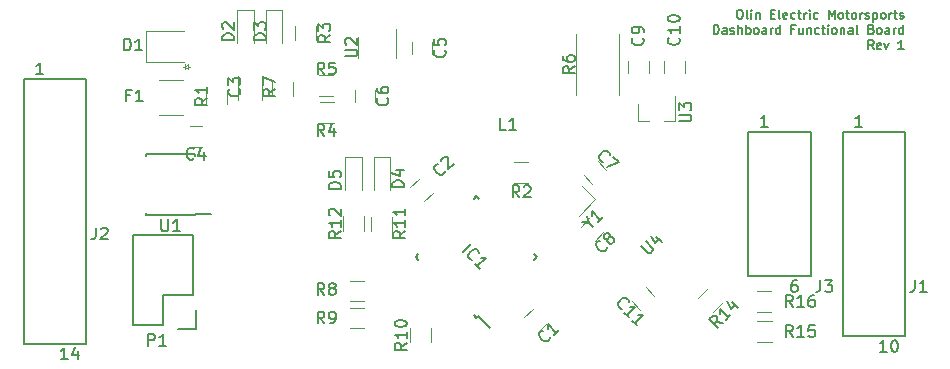
<source format=gbr>
G04 #@! TF.FileFunction,Legend,Top*
%FSLAX46Y46*%
G04 Gerber Fmt 4.6, Leading zero omitted, Abs format (unit mm)*
G04 Created by KiCad (PCBNEW 4.0.7-e2-6376~58~ubuntu16.04.1) date Fri Jan 19 22:13:33 2018*
%MOMM*%
%LPD*%
G01*
G04 APERTURE LIST*
%ADD10C,0.100000*%
%ADD11C,0.152400*%
%ADD12C,0.120000*%
%ADD13C,0.150000*%
G04 APERTURE END LIST*
D10*
D11*
X181247140Y-40959314D02*
X181392283Y-40959314D01*
X181464855Y-40995600D01*
X181537426Y-41068171D01*
X181573712Y-41213314D01*
X181573712Y-41467314D01*
X181537426Y-41612457D01*
X181464855Y-41685029D01*
X181392283Y-41721314D01*
X181247140Y-41721314D01*
X181174569Y-41685029D01*
X181101998Y-41612457D01*
X181065712Y-41467314D01*
X181065712Y-41213314D01*
X181101998Y-41068171D01*
X181174569Y-40995600D01*
X181247140Y-40959314D01*
X182009141Y-41721314D02*
X181936569Y-41685029D01*
X181900284Y-41612457D01*
X181900284Y-40959314D01*
X182299427Y-41721314D02*
X182299427Y-41213314D01*
X182299427Y-40959314D02*
X182263141Y-40995600D01*
X182299427Y-41031886D01*
X182335712Y-40995600D01*
X182299427Y-40959314D01*
X182299427Y-41031886D01*
X182662284Y-41213314D02*
X182662284Y-41721314D01*
X182662284Y-41285886D02*
X182698569Y-41249600D01*
X182771141Y-41213314D01*
X182879998Y-41213314D01*
X182952569Y-41249600D01*
X182988855Y-41322171D01*
X182988855Y-41721314D01*
X183932284Y-41322171D02*
X184186284Y-41322171D01*
X184295141Y-41721314D02*
X183932284Y-41721314D01*
X183932284Y-40959314D01*
X184295141Y-40959314D01*
X184730570Y-41721314D02*
X184657998Y-41685029D01*
X184621713Y-41612457D01*
X184621713Y-40959314D01*
X185311141Y-41685029D02*
X185238570Y-41721314D01*
X185093427Y-41721314D01*
X185020856Y-41685029D01*
X184984570Y-41612457D01*
X184984570Y-41322171D01*
X185020856Y-41249600D01*
X185093427Y-41213314D01*
X185238570Y-41213314D01*
X185311141Y-41249600D01*
X185347427Y-41322171D01*
X185347427Y-41394743D01*
X184984570Y-41467314D01*
X186000570Y-41685029D02*
X185927999Y-41721314D01*
X185782856Y-41721314D01*
X185710284Y-41685029D01*
X185673999Y-41648743D01*
X185637713Y-41576171D01*
X185637713Y-41358457D01*
X185673999Y-41285886D01*
X185710284Y-41249600D01*
X185782856Y-41213314D01*
X185927999Y-41213314D01*
X186000570Y-41249600D01*
X186218284Y-41213314D02*
X186508570Y-41213314D01*
X186327142Y-40959314D02*
X186327142Y-41612457D01*
X186363427Y-41685029D01*
X186435999Y-41721314D01*
X186508570Y-41721314D01*
X186762571Y-41721314D02*
X186762571Y-41213314D01*
X186762571Y-41358457D02*
X186798856Y-41285886D01*
X186835142Y-41249600D01*
X186907713Y-41213314D01*
X186980285Y-41213314D01*
X187234285Y-41721314D02*
X187234285Y-41213314D01*
X187234285Y-40959314D02*
X187197999Y-40995600D01*
X187234285Y-41031886D01*
X187270570Y-40995600D01*
X187234285Y-40959314D01*
X187234285Y-41031886D01*
X187923713Y-41685029D02*
X187851142Y-41721314D01*
X187705999Y-41721314D01*
X187633427Y-41685029D01*
X187597142Y-41648743D01*
X187560856Y-41576171D01*
X187560856Y-41358457D01*
X187597142Y-41285886D01*
X187633427Y-41249600D01*
X187705999Y-41213314D01*
X187851142Y-41213314D01*
X187923713Y-41249600D01*
X188830856Y-41721314D02*
X188830856Y-40959314D01*
X189084856Y-41503600D01*
X189338856Y-40959314D01*
X189338856Y-41721314D01*
X189810570Y-41721314D02*
X189737998Y-41685029D01*
X189701713Y-41648743D01*
X189665427Y-41576171D01*
X189665427Y-41358457D01*
X189701713Y-41285886D01*
X189737998Y-41249600D01*
X189810570Y-41213314D01*
X189919427Y-41213314D01*
X189991998Y-41249600D01*
X190028284Y-41285886D01*
X190064570Y-41358457D01*
X190064570Y-41576171D01*
X190028284Y-41648743D01*
X189991998Y-41685029D01*
X189919427Y-41721314D01*
X189810570Y-41721314D01*
X190282284Y-41213314D02*
X190572570Y-41213314D01*
X190391142Y-40959314D02*
X190391142Y-41612457D01*
X190427427Y-41685029D01*
X190499999Y-41721314D01*
X190572570Y-41721314D01*
X190935428Y-41721314D02*
X190862856Y-41685029D01*
X190826571Y-41648743D01*
X190790285Y-41576171D01*
X190790285Y-41358457D01*
X190826571Y-41285886D01*
X190862856Y-41249600D01*
X190935428Y-41213314D01*
X191044285Y-41213314D01*
X191116856Y-41249600D01*
X191153142Y-41285886D01*
X191189428Y-41358457D01*
X191189428Y-41576171D01*
X191153142Y-41648743D01*
X191116856Y-41685029D01*
X191044285Y-41721314D01*
X190935428Y-41721314D01*
X191516000Y-41721314D02*
X191516000Y-41213314D01*
X191516000Y-41358457D02*
X191552285Y-41285886D01*
X191588571Y-41249600D01*
X191661142Y-41213314D01*
X191733714Y-41213314D01*
X191951428Y-41685029D02*
X192023999Y-41721314D01*
X192169142Y-41721314D01*
X192241714Y-41685029D01*
X192277999Y-41612457D01*
X192277999Y-41576171D01*
X192241714Y-41503600D01*
X192169142Y-41467314D01*
X192060285Y-41467314D01*
X191987714Y-41431029D01*
X191951428Y-41358457D01*
X191951428Y-41322171D01*
X191987714Y-41249600D01*
X192060285Y-41213314D01*
X192169142Y-41213314D01*
X192241714Y-41249600D01*
X192604571Y-41213314D02*
X192604571Y-41975314D01*
X192604571Y-41249600D02*
X192677142Y-41213314D01*
X192822285Y-41213314D01*
X192894856Y-41249600D01*
X192931142Y-41285886D01*
X192967428Y-41358457D01*
X192967428Y-41576171D01*
X192931142Y-41648743D01*
X192894856Y-41685029D01*
X192822285Y-41721314D01*
X192677142Y-41721314D01*
X192604571Y-41685029D01*
X193402857Y-41721314D02*
X193330285Y-41685029D01*
X193294000Y-41648743D01*
X193257714Y-41576171D01*
X193257714Y-41358457D01*
X193294000Y-41285886D01*
X193330285Y-41249600D01*
X193402857Y-41213314D01*
X193511714Y-41213314D01*
X193584285Y-41249600D01*
X193620571Y-41285886D01*
X193656857Y-41358457D01*
X193656857Y-41576171D01*
X193620571Y-41648743D01*
X193584285Y-41685029D01*
X193511714Y-41721314D01*
X193402857Y-41721314D01*
X193983429Y-41721314D02*
X193983429Y-41213314D01*
X193983429Y-41358457D02*
X194019714Y-41285886D01*
X194056000Y-41249600D01*
X194128571Y-41213314D01*
X194201143Y-41213314D01*
X194346285Y-41213314D02*
X194636571Y-41213314D01*
X194455143Y-40959314D02*
X194455143Y-41612457D01*
X194491428Y-41685029D01*
X194564000Y-41721314D01*
X194636571Y-41721314D01*
X194854286Y-41685029D02*
X194926857Y-41721314D01*
X195072000Y-41721314D01*
X195144572Y-41685029D01*
X195180857Y-41612457D01*
X195180857Y-41576171D01*
X195144572Y-41503600D01*
X195072000Y-41467314D01*
X194963143Y-41467314D01*
X194890572Y-41431029D01*
X194854286Y-41358457D01*
X194854286Y-41322171D01*
X194890572Y-41249600D01*
X194963143Y-41213314D01*
X195072000Y-41213314D01*
X195144572Y-41249600D01*
X179106281Y-43016714D02*
X179106281Y-42254714D01*
X179287709Y-42254714D01*
X179396566Y-42291000D01*
X179469138Y-42363571D01*
X179505423Y-42436143D01*
X179541709Y-42581286D01*
X179541709Y-42690143D01*
X179505423Y-42835286D01*
X179469138Y-42907857D01*
X179396566Y-42980429D01*
X179287709Y-43016714D01*
X179106281Y-43016714D01*
X180194852Y-43016714D02*
X180194852Y-42617571D01*
X180158566Y-42545000D01*
X180085995Y-42508714D01*
X179940852Y-42508714D01*
X179868281Y-42545000D01*
X180194852Y-42980429D02*
X180122281Y-43016714D01*
X179940852Y-43016714D01*
X179868281Y-42980429D01*
X179831995Y-42907857D01*
X179831995Y-42835286D01*
X179868281Y-42762714D01*
X179940852Y-42726429D01*
X180122281Y-42726429D01*
X180194852Y-42690143D01*
X180521424Y-42980429D02*
X180593995Y-43016714D01*
X180739138Y-43016714D01*
X180811710Y-42980429D01*
X180847995Y-42907857D01*
X180847995Y-42871571D01*
X180811710Y-42799000D01*
X180739138Y-42762714D01*
X180630281Y-42762714D01*
X180557710Y-42726429D01*
X180521424Y-42653857D01*
X180521424Y-42617571D01*
X180557710Y-42545000D01*
X180630281Y-42508714D01*
X180739138Y-42508714D01*
X180811710Y-42545000D01*
X181174567Y-43016714D02*
X181174567Y-42254714D01*
X181501138Y-43016714D02*
X181501138Y-42617571D01*
X181464852Y-42545000D01*
X181392281Y-42508714D01*
X181283424Y-42508714D01*
X181210852Y-42545000D01*
X181174567Y-42581286D01*
X181863996Y-43016714D02*
X181863996Y-42254714D01*
X181863996Y-42545000D02*
X181936567Y-42508714D01*
X182081710Y-42508714D01*
X182154281Y-42545000D01*
X182190567Y-42581286D01*
X182226853Y-42653857D01*
X182226853Y-42871571D01*
X182190567Y-42944143D01*
X182154281Y-42980429D01*
X182081710Y-43016714D01*
X181936567Y-43016714D01*
X181863996Y-42980429D01*
X182662282Y-43016714D02*
X182589710Y-42980429D01*
X182553425Y-42944143D01*
X182517139Y-42871571D01*
X182517139Y-42653857D01*
X182553425Y-42581286D01*
X182589710Y-42545000D01*
X182662282Y-42508714D01*
X182771139Y-42508714D01*
X182843710Y-42545000D01*
X182879996Y-42581286D01*
X182916282Y-42653857D01*
X182916282Y-42871571D01*
X182879996Y-42944143D01*
X182843710Y-42980429D01*
X182771139Y-43016714D01*
X182662282Y-43016714D01*
X183569425Y-43016714D02*
X183569425Y-42617571D01*
X183533139Y-42545000D01*
X183460568Y-42508714D01*
X183315425Y-42508714D01*
X183242854Y-42545000D01*
X183569425Y-42980429D02*
X183496854Y-43016714D01*
X183315425Y-43016714D01*
X183242854Y-42980429D01*
X183206568Y-42907857D01*
X183206568Y-42835286D01*
X183242854Y-42762714D01*
X183315425Y-42726429D01*
X183496854Y-42726429D01*
X183569425Y-42690143D01*
X183932283Y-43016714D02*
X183932283Y-42508714D01*
X183932283Y-42653857D02*
X183968568Y-42581286D01*
X184004854Y-42545000D01*
X184077425Y-42508714D01*
X184149997Y-42508714D01*
X184730568Y-43016714D02*
X184730568Y-42254714D01*
X184730568Y-42980429D02*
X184657997Y-43016714D01*
X184512854Y-43016714D01*
X184440282Y-42980429D01*
X184403997Y-42944143D01*
X184367711Y-42871571D01*
X184367711Y-42653857D01*
X184403997Y-42581286D01*
X184440282Y-42545000D01*
X184512854Y-42508714D01*
X184657997Y-42508714D01*
X184730568Y-42545000D01*
X185927997Y-42617571D02*
X185673997Y-42617571D01*
X185673997Y-43016714D02*
X185673997Y-42254714D01*
X186036854Y-42254714D01*
X186653711Y-42508714D02*
X186653711Y-43016714D01*
X186327140Y-42508714D02*
X186327140Y-42907857D01*
X186363425Y-42980429D01*
X186435997Y-43016714D01*
X186544854Y-43016714D01*
X186617425Y-42980429D01*
X186653711Y-42944143D01*
X187016569Y-42508714D02*
X187016569Y-43016714D01*
X187016569Y-42581286D02*
X187052854Y-42545000D01*
X187125426Y-42508714D01*
X187234283Y-42508714D01*
X187306854Y-42545000D01*
X187343140Y-42617571D01*
X187343140Y-43016714D01*
X188032569Y-42980429D02*
X187959998Y-43016714D01*
X187814855Y-43016714D01*
X187742283Y-42980429D01*
X187705998Y-42944143D01*
X187669712Y-42871571D01*
X187669712Y-42653857D01*
X187705998Y-42581286D01*
X187742283Y-42545000D01*
X187814855Y-42508714D01*
X187959998Y-42508714D01*
X188032569Y-42545000D01*
X188250283Y-42508714D02*
X188540569Y-42508714D01*
X188359141Y-42254714D02*
X188359141Y-42907857D01*
X188395426Y-42980429D01*
X188467998Y-43016714D01*
X188540569Y-43016714D01*
X188794570Y-43016714D02*
X188794570Y-42508714D01*
X188794570Y-42254714D02*
X188758284Y-42291000D01*
X188794570Y-42327286D01*
X188830855Y-42291000D01*
X188794570Y-42254714D01*
X188794570Y-42327286D01*
X189266284Y-43016714D02*
X189193712Y-42980429D01*
X189157427Y-42944143D01*
X189121141Y-42871571D01*
X189121141Y-42653857D01*
X189157427Y-42581286D01*
X189193712Y-42545000D01*
X189266284Y-42508714D01*
X189375141Y-42508714D01*
X189447712Y-42545000D01*
X189483998Y-42581286D01*
X189520284Y-42653857D01*
X189520284Y-42871571D01*
X189483998Y-42944143D01*
X189447712Y-42980429D01*
X189375141Y-43016714D01*
X189266284Y-43016714D01*
X189846856Y-42508714D02*
X189846856Y-43016714D01*
X189846856Y-42581286D02*
X189883141Y-42545000D01*
X189955713Y-42508714D01*
X190064570Y-42508714D01*
X190137141Y-42545000D01*
X190173427Y-42617571D01*
X190173427Y-43016714D01*
X190862856Y-43016714D02*
X190862856Y-42617571D01*
X190826570Y-42545000D01*
X190753999Y-42508714D01*
X190608856Y-42508714D01*
X190536285Y-42545000D01*
X190862856Y-42980429D02*
X190790285Y-43016714D01*
X190608856Y-43016714D01*
X190536285Y-42980429D01*
X190499999Y-42907857D01*
X190499999Y-42835286D01*
X190536285Y-42762714D01*
X190608856Y-42726429D01*
X190790285Y-42726429D01*
X190862856Y-42690143D01*
X191334571Y-43016714D02*
X191261999Y-42980429D01*
X191225714Y-42907857D01*
X191225714Y-42254714D01*
X192459428Y-42617571D02*
X192568285Y-42653857D01*
X192604570Y-42690143D01*
X192640856Y-42762714D01*
X192640856Y-42871571D01*
X192604570Y-42944143D01*
X192568285Y-42980429D01*
X192495713Y-43016714D01*
X192205428Y-43016714D01*
X192205428Y-42254714D01*
X192459428Y-42254714D01*
X192531999Y-42291000D01*
X192568285Y-42327286D01*
X192604570Y-42399857D01*
X192604570Y-42472429D01*
X192568285Y-42545000D01*
X192531999Y-42581286D01*
X192459428Y-42617571D01*
X192205428Y-42617571D01*
X193076285Y-43016714D02*
X193003713Y-42980429D01*
X192967428Y-42944143D01*
X192931142Y-42871571D01*
X192931142Y-42653857D01*
X192967428Y-42581286D01*
X193003713Y-42545000D01*
X193076285Y-42508714D01*
X193185142Y-42508714D01*
X193257713Y-42545000D01*
X193293999Y-42581286D01*
X193330285Y-42653857D01*
X193330285Y-42871571D01*
X193293999Y-42944143D01*
X193257713Y-42980429D01*
X193185142Y-43016714D01*
X193076285Y-43016714D01*
X193983428Y-43016714D02*
X193983428Y-42617571D01*
X193947142Y-42545000D01*
X193874571Y-42508714D01*
X193729428Y-42508714D01*
X193656857Y-42545000D01*
X193983428Y-42980429D02*
X193910857Y-43016714D01*
X193729428Y-43016714D01*
X193656857Y-42980429D01*
X193620571Y-42907857D01*
X193620571Y-42835286D01*
X193656857Y-42762714D01*
X193729428Y-42726429D01*
X193910857Y-42726429D01*
X193983428Y-42690143D01*
X194346286Y-43016714D02*
X194346286Y-42508714D01*
X194346286Y-42653857D02*
X194382571Y-42581286D01*
X194418857Y-42545000D01*
X194491428Y-42508714D01*
X194564000Y-42508714D01*
X195144571Y-43016714D02*
X195144571Y-42254714D01*
X195144571Y-42980429D02*
X195072000Y-43016714D01*
X194926857Y-43016714D01*
X194854285Y-42980429D01*
X194818000Y-42944143D01*
X194781714Y-42871571D01*
X194781714Y-42653857D01*
X194818000Y-42581286D01*
X194854285Y-42545000D01*
X194926857Y-42508714D01*
X195072000Y-42508714D01*
X195144571Y-42545000D01*
X192640858Y-44312114D02*
X192386858Y-43949257D01*
X192205430Y-44312114D02*
X192205430Y-43550114D01*
X192495715Y-43550114D01*
X192568287Y-43586400D01*
X192604572Y-43622686D01*
X192640858Y-43695257D01*
X192640858Y-43804114D01*
X192604572Y-43876686D01*
X192568287Y-43912971D01*
X192495715Y-43949257D01*
X192205430Y-43949257D01*
X193257715Y-44275829D02*
X193185144Y-44312114D01*
X193040001Y-44312114D01*
X192967430Y-44275829D01*
X192931144Y-44203257D01*
X192931144Y-43912971D01*
X192967430Y-43840400D01*
X193040001Y-43804114D01*
X193185144Y-43804114D01*
X193257715Y-43840400D01*
X193294001Y-43912971D01*
X193294001Y-43985543D01*
X192931144Y-44058114D01*
X193548001Y-43804114D02*
X193729430Y-44312114D01*
X193910858Y-43804114D01*
X195180857Y-44312114D02*
X194745429Y-44312114D01*
X194963143Y-44312114D02*
X194963143Y-43550114D01*
X194890572Y-43658971D01*
X194818000Y-43731543D01*
X194745429Y-43767829D01*
D12*
X172146406Y-65652487D02*
X172853513Y-66359594D01*
X174055594Y-65157513D02*
X173348487Y-64450406D01*
D13*
X120667000Y-69234000D02*
X125967000Y-69234000D01*
X120667000Y-46844000D02*
X125967000Y-46844000D01*
X120667000Y-69234000D02*
X120667000Y-46844000D01*
X125967000Y-69234000D02*
X125967000Y-46844000D01*
X190009000Y-68599000D02*
X195309000Y-68599000D01*
X190009000Y-51289000D02*
X195309000Y-51289000D01*
X190009000Y-68599000D02*
X190009000Y-51289000D01*
X195309000Y-68599000D02*
X195309000Y-51289000D01*
X135001000Y-65151000D02*
X135001000Y-60071000D01*
X135281000Y-67971000D02*
X133731000Y-67971000D01*
X132461000Y-67691000D02*
X132461000Y-65151000D01*
X132461000Y-65151000D02*
X135001000Y-65151000D01*
X135001000Y-60071000D02*
X129921000Y-60071000D01*
X129921000Y-60071000D02*
X129921000Y-65151000D01*
X135281000Y-67971000D02*
X135281000Y-66421000D01*
X129921000Y-67691000D02*
X132461000Y-67691000D01*
X129921000Y-65151000D02*
X129921000Y-67691000D01*
D12*
X163764406Y-66300513D02*
X163057299Y-67007620D01*
X164259380Y-68209701D02*
X164966487Y-67502594D01*
X154607380Y-57160701D02*
X155314487Y-56453594D01*
X154112406Y-55251513D02*
X153405299Y-55958620D01*
X138807000Y-46601000D02*
X138807000Y-48601000D01*
X140847000Y-48601000D02*
X140847000Y-46601000D01*
X134755000Y-52539000D02*
X135755000Y-52539000D01*
X135755000Y-50839000D02*
X134755000Y-50839000D01*
X153582000Y-43680000D02*
X153582000Y-44680000D01*
X155282000Y-44680000D02*
X155282000Y-43680000D01*
X150456000Y-48760000D02*
X150456000Y-47760000D01*
X148756000Y-47760000D02*
X148756000Y-48760000D01*
X169991594Y-54489513D02*
X169284487Y-53782406D01*
X168082406Y-54984487D02*
X168789513Y-55691594D01*
X168535513Y-58608406D02*
X167828406Y-59315513D01*
X169030487Y-60517594D02*
X169737594Y-59810487D01*
X171888166Y-45316238D02*
X171888166Y-46316238D01*
X173588166Y-46316238D02*
X173588166Y-45316238D01*
X174936166Y-45316238D02*
X174936166Y-46316238D01*
X176636166Y-46316238D02*
X176636166Y-45316238D01*
X131064000Y-42735500D02*
X131064000Y-45402500D01*
D10*
X134623000Y-45765000D02*
X134773000Y-45765000D01*
X134623000Y-45565000D02*
X134323000Y-45765000D01*
X134623000Y-45965000D02*
X134623000Y-45565000D01*
X134323000Y-45765000D02*
X134623000Y-45965000D01*
X134323000Y-45765000D02*
X134173000Y-45765000D01*
X134323000Y-45965000D02*
X134323000Y-45565000D01*
D12*
X131064000Y-45402500D02*
X134239000Y-45402500D01*
X131064000Y-42735500D02*
X134239000Y-42735500D01*
X140146000Y-40999000D02*
X138746000Y-40999000D01*
X138746000Y-40999000D02*
X138746000Y-43799000D01*
X140146000Y-40999000D02*
X140146000Y-43799000D01*
X142559000Y-40999000D02*
X141159000Y-40999000D01*
X141159000Y-40999000D02*
X141159000Y-43799000D01*
X142559000Y-40999000D02*
X142559000Y-43799000D01*
X151703000Y-53445000D02*
X150303000Y-53445000D01*
X150303000Y-53445000D02*
X150303000Y-56245000D01*
X151703000Y-53445000D02*
X151703000Y-56245000D01*
X149290000Y-53445000D02*
X147890000Y-53445000D01*
X147890000Y-53445000D02*
X147890000Y-56245000D01*
X149290000Y-53445000D02*
X149290000Y-56245000D01*
X134149000Y-49867000D02*
X132149000Y-49867000D01*
X132149000Y-46907000D02*
X134149000Y-46907000D01*
D13*
X159001676Y-67019256D02*
X159160775Y-66860157D01*
X153875152Y-61892732D02*
X154104962Y-61662922D01*
X159001676Y-56766208D02*
X158771866Y-56996018D01*
X164128200Y-61892732D02*
X163898390Y-62122542D01*
X159001676Y-67019256D02*
X158771866Y-66789446D01*
X164128200Y-61892732D02*
X163898390Y-61662922D01*
X159001676Y-56766208D02*
X159231486Y-56996018D01*
X153875152Y-61892732D02*
X154104962Y-62122542D01*
X159160775Y-66860157D02*
X160168402Y-67867784D01*
D12*
X162214000Y-53857000D02*
X163414000Y-53857000D01*
X163414000Y-55617000D02*
X162214000Y-55617000D01*
X143646000Y-43526000D02*
X143646000Y-42326000D01*
X145406000Y-42326000D02*
X145406000Y-43526000D01*
X146965000Y-50537000D02*
X145765000Y-50537000D01*
X145765000Y-48777000D02*
X146965000Y-48777000D01*
X146904000Y-48251000D02*
X145704000Y-48251000D01*
X145704000Y-46491000D02*
X146904000Y-46491000D01*
X171111000Y-42993000D02*
X171111000Y-48193000D01*
X167471000Y-48193000D02*
X167471000Y-42993000D01*
X143501000Y-47086000D02*
X143501000Y-48286000D01*
X141741000Y-48286000D02*
X141741000Y-47086000D01*
X149510000Y-65650000D02*
X148310000Y-65650000D01*
X148310000Y-63890000D02*
X149510000Y-63890000D01*
X149510000Y-67936000D02*
X148310000Y-67936000D01*
X148310000Y-66176000D02*
X149510000Y-66176000D01*
X155185000Y-67914000D02*
X155185000Y-69114000D01*
X153425000Y-69114000D02*
X153425000Y-67914000D01*
X150123000Y-59721000D02*
X150123000Y-58521000D01*
X151883000Y-58521000D02*
X151883000Y-59721000D01*
X147710000Y-59655000D02*
X147710000Y-58455000D01*
X149470000Y-58455000D02*
X149470000Y-59655000D01*
X177769482Y-65334010D02*
X178618010Y-64485482D01*
X179862518Y-65729990D02*
X179013990Y-66578518D01*
X183996962Y-69079000D02*
X182796962Y-69079000D01*
X182796962Y-67319000D02*
X183996962Y-67319000D01*
X183988000Y-66539000D02*
X182788000Y-66539000D01*
X182788000Y-64779000D02*
X183988000Y-64779000D01*
D13*
X135171000Y-58328000D02*
X135171000Y-58278000D01*
X131021000Y-58328000D02*
X131021000Y-58183000D01*
X131021000Y-53178000D02*
X131021000Y-53323000D01*
X135171000Y-53178000D02*
X135171000Y-53323000D01*
X135171000Y-58328000D02*
X131021000Y-58328000D01*
X135171000Y-53178000D02*
X131021000Y-53178000D01*
X135171000Y-58278000D02*
X136571000Y-58278000D01*
D12*
X148951000Y-43253000D02*
X148951000Y-45053000D01*
X152171000Y-45053000D02*
X152171000Y-42603000D01*
D10*
X169070498Y-57019279D02*
X167656285Y-58433493D01*
X169070498Y-57019279D02*
X167939128Y-55887908D01*
D12*
X137913000Y-47721000D02*
X137913000Y-48921000D01*
X136153000Y-48921000D02*
X136153000Y-47721000D01*
X172664000Y-50417000D02*
X173594000Y-50417000D01*
X175824000Y-50417000D02*
X174894000Y-50417000D01*
X175824000Y-50417000D02*
X175824000Y-48257000D01*
X172664000Y-50417000D02*
X172664000Y-48957000D01*
D13*
X182008000Y-63519000D02*
X187308000Y-63519000D01*
X182008000Y-51289000D02*
X187308000Y-51289000D01*
X182008000Y-63519000D02*
X182008000Y-51289000D01*
X187308000Y-63519000D02*
X187308000Y-51289000D01*
X171333233Y-66263630D02*
X171265890Y-66263630D01*
X171131203Y-66196286D01*
X171063859Y-66128943D01*
X170996515Y-65994255D01*
X170996515Y-65859568D01*
X171030187Y-65758553D01*
X171131202Y-65590195D01*
X171232218Y-65489179D01*
X171400577Y-65388164D01*
X171501592Y-65354492D01*
X171636279Y-65354492D01*
X171770966Y-65421836D01*
X171838310Y-65489179D01*
X171905653Y-65623866D01*
X171905653Y-65691210D01*
X171939325Y-67004408D02*
X171535264Y-66600347D01*
X171737294Y-66802377D02*
X172444401Y-66095270D01*
X172276042Y-66128942D01*
X172141355Y-66128942D01*
X172040340Y-66095270D01*
X172612760Y-67677843D02*
X172208699Y-67273782D01*
X172410729Y-67475812D02*
X173117836Y-66768705D01*
X172949477Y-66802377D01*
X172814790Y-66802377D01*
X172713775Y-66768705D01*
X126793667Y-59396381D02*
X126793667Y-60110667D01*
X126746047Y-60253524D01*
X126650809Y-60348762D01*
X126507952Y-60396381D01*
X126412714Y-60396381D01*
X127222238Y-59491619D02*
X127269857Y-59444000D01*
X127365095Y-59396381D01*
X127603191Y-59396381D01*
X127698429Y-59444000D01*
X127746048Y-59491619D01*
X127793667Y-59586857D01*
X127793667Y-59682095D01*
X127746048Y-59824952D01*
X127174619Y-60396381D01*
X127793667Y-60396381D01*
X124396524Y-70556381D02*
X123825095Y-70556381D01*
X124110809Y-70556381D02*
X124110809Y-69556381D01*
X124015571Y-69699238D01*
X123920333Y-69794476D01*
X123825095Y-69842095D01*
X125253667Y-69889714D02*
X125253667Y-70556381D01*
X125015571Y-69508762D02*
X124777476Y-70223048D01*
X125396524Y-70223048D01*
X122332715Y-46426381D02*
X121761286Y-46426381D01*
X122047000Y-46426381D02*
X122047000Y-45426381D01*
X121951762Y-45569238D01*
X121856524Y-45664476D01*
X121761286Y-45712095D01*
X196135667Y-63841381D02*
X196135667Y-64555667D01*
X196088047Y-64698524D01*
X195992809Y-64793762D01*
X195849952Y-64841381D01*
X195754714Y-64841381D01*
X197135667Y-64841381D02*
X196564238Y-64841381D01*
X196849952Y-64841381D02*
X196849952Y-63841381D01*
X196754714Y-63984238D01*
X196659476Y-64079476D01*
X196564238Y-64127095D01*
X193738524Y-69921381D02*
X193167095Y-69921381D01*
X193452809Y-69921381D02*
X193452809Y-68921381D01*
X193357571Y-69064238D01*
X193262333Y-69159476D01*
X193167095Y-69207095D01*
X194357571Y-68921381D02*
X194452810Y-68921381D01*
X194548048Y-68969000D01*
X194595667Y-69016619D01*
X194643286Y-69111857D01*
X194690905Y-69302333D01*
X194690905Y-69540429D01*
X194643286Y-69730905D01*
X194595667Y-69826143D01*
X194548048Y-69873762D01*
X194452810Y-69921381D01*
X194357571Y-69921381D01*
X194262333Y-69873762D01*
X194214714Y-69826143D01*
X194167095Y-69730905D01*
X194119476Y-69540429D01*
X194119476Y-69302333D01*
X194167095Y-69111857D01*
X194214714Y-69016619D01*
X194262333Y-68969000D01*
X194357571Y-68921381D01*
X191674715Y-50871381D02*
X191103286Y-50871381D01*
X191389000Y-50871381D02*
X191389000Y-49871381D01*
X191293762Y-50014238D01*
X191198524Y-50109476D01*
X191103286Y-50157095D01*
X131214905Y-69413381D02*
X131214905Y-68413381D01*
X131595858Y-68413381D01*
X131691096Y-68461000D01*
X131738715Y-68508619D01*
X131786334Y-68603857D01*
X131786334Y-68746714D01*
X131738715Y-68841952D01*
X131691096Y-68889571D01*
X131595858Y-68937190D01*
X131214905Y-68937190D01*
X132738715Y-69413381D02*
X132167286Y-69413381D01*
X132453000Y-69413381D02*
X132453000Y-68413381D01*
X132357762Y-68556238D01*
X132262524Y-68651476D01*
X132167286Y-68699095D01*
X165234688Y-68696389D02*
X165234688Y-68763732D01*
X165167344Y-68898419D01*
X165100001Y-68965763D01*
X164965313Y-69033107D01*
X164830626Y-69033107D01*
X164729611Y-68999435D01*
X164561253Y-68898420D01*
X164460237Y-68797404D01*
X164359222Y-68629045D01*
X164325550Y-68528030D01*
X164325550Y-68393343D01*
X164392894Y-68258656D01*
X164460237Y-68191312D01*
X164594924Y-68123969D01*
X164662268Y-68123969D01*
X165975466Y-68090297D02*
X165571405Y-68494359D01*
X165773435Y-68292328D02*
X165066328Y-67585222D01*
X165100000Y-67753580D01*
X165100000Y-67888267D01*
X165066328Y-67989282D01*
X156344688Y-54599389D02*
X156344688Y-54666732D01*
X156277344Y-54801419D01*
X156210001Y-54868763D01*
X156075313Y-54936107D01*
X155940626Y-54936107D01*
X155839611Y-54902435D01*
X155671253Y-54801420D01*
X155570237Y-54700404D01*
X155469222Y-54532045D01*
X155435550Y-54431030D01*
X155435550Y-54296343D01*
X155502894Y-54161656D01*
X155570237Y-54094312D01*
X155704924Y-54026969D01*
X155772268Y-54026969D01*
X156041641Y-53757595D02*
X156041641Y-53690252D01*
X156075313Y-53589237D01*
X156243672Y-53420877D01*
X156344688Y-53387206D01*
X156412031Y-53387206D01*
X156513046Y-53420877D01*
X156580390Y-53488221D01*
X156647733Y-53622908D01*
X156647733Y-54431030D01*
X157085466Y-53993297D01*
X138914143Y-47664666D02*
X138961762Y-47712285D01*
X139009381Y-47855142D01*
X139009381Y-47950380D01*
X138961762Y-48093238D01*
X138866524Y-48188476D01*
X138771286Y-48236095D01*
X138580810Y-48283714D01*
X138437952Y-48283714D01*
X138247476Y-48236095D01*
X138152238Y-48188476D01*
X138057000Y-48093238D01*
X138009381Y-47950380D01*
X138009381Y-47855142D01*
X138057000Y-47712285D01*
X138104619Y-47664666D01*
X138009381Y-47331333D02*
X138009381Y-46712285D01*
X138390333Y-47045619D01*
X138390333Y-46902761D01*
X138437952Y-46807523D01*
X138485571Y-46759904D01*
X138580810Y-46712285D01*
X138818905Y-46712285D01*
X138914143Y-46759904D01*
X138961762Y-46807523D01*
X139009381Y-46902761D01*
X139009381Y-47188476D01*
X138961762Y-47283714D01*
X138914143Y-47331333D01*
X135088334Y-53546143D02*
X135040715Y-53593762D01*
X134897858Y-53641381D01*
X134802620Y-53641381D01*
X134659762Y-53593762D01*
X134564524Y-53498524D01*
X134516905Y-53403286D01*
X134469286Y-53212810D01*
X134469286Y-53069952D01*
X134516905Y-52879476D01*
X134564524Y-52784238D01*
X134659762Y-52689000D01*
X134802620Y-52641381D01*
X134897858Y-52641381D01*
X135040715Y-52689000D01*
X135088334Y-52736619D01*
X135945477Y-52974714D02*
X135945477Y-53641381D01*
X135707381Y-52593762D02*
X135469286Y-53308048D01*
X136088334Y-53308048D01*
X156313143Y-44362666D02*
X156360762Y-44410285D01*
X156408381Y-44553142D01*
X156408381Y-44648380D01*
X156360762Y-44791238D01*
X156265524Y-44886476D01*
X156170286Y-44934095D01*
X155979810Y-44981714D01*
X155836952Y-44981714D01*
X155646476Y-44934095D01*
X155551238Y-44886476D01*
X155456000Y-44791238D01*
X155408381Y-44648380D01*
X155408381Y-44553142D01*
X155456000Y-44410285D01*
X155503619Y-44362666D01*
X155408381Y-43457904D02*
X155408381Y-43934095D01*
X155884571Y-43981714D01*
X155836952Y-43934095D01*
X155789333Y-43838857D01*
X155789333Y-43600761D01*
X155836952Y-43505523D01*
X155884571Y-43457904D01*
X155979810Y-43410285D01*
X156217905Y-43410285D01*
X156313143Y-43457904D01*
X156360762Y-43505523D01*
X156408381Y-43600761D01*
X156408381Y-43838857D01*
X156360762Y-43934095D01*
X156313143Y-43981714D01*
X151463143Y-48426666D02*
X151510762Y-48474285D01*
X151558381Y-48617142D01*
X151558381Y-48712380D01*
X151510762Y-48855238D01*
X151415524Y-48950476D01*
X151320286Y-48998095D01*
X151129810Y-49045714D01*
X150986952Y-49045714D01*
X150796476Y-48998095D01*
X150701238Y-48950476D01*
X150606000Y-48855238D01*
X150558381Y-48712380D01*
X150558381Y-48617142D01*
X150606000Y-48474285D01*
X150653619Y-48426666D01*
X150558381Y-47569523D02*
X150558381Y-47760000D01*
X150606000Y-47855238D01*
X150653619Y-47902857D01*
X150796476Y-47998095D01*
X150986952Y-48045714D01*
X151367905Y-48045714D01*
X151463143Y-47998095D01*
X151510762Y-47950476D01*
X151558381Y-47855238D01*
X151558381Y-47664761D01*
X151510762Y-47569523D01*
X151463143Y-47521904D01*
X151367905Y-47474285D01*
X151129810Y-47474285D01*
X151034571Y-47521904D01*
X150986952Y-47569523D01*
X150939333Y-47664761D01*
X150939333Y-47855238D01*
X150986952Y-47950476D01*
X151034571Y-47998095D01*
X151129810Y-48045714D01*
X169727271Y-53811028D02*
X169659928Y-53811028D01*
X169525241Y-53743684D01*
X169457897Y-53676341D01*
X169390553Y-53541653D01*
X169390553Y-53406966D01*
X169424225Y-53305951D01*
X169525240Y-53137593D01*
X169626256Y-53036577D01*
X169794615Y-52935562D01*
X169895630Y-52901890D01*
X170030317Y-52901890D01*
X170165004Y-52969234D01*
X170232348Y-53036577D01*
X170299691Y-53171264D01*
X170299691Y-53238608D01*
X170602736Y-53406966D02*
X171074141Y-53878371D01*
X170063988Y-54282432D01*
X170060688Y-61076389D02*
X170060688Y-61143732D01*
X169993344Y-61278419D01*
X169926001Y-61345763D01*
X169791313Y-61413107D01*
X169656626Y-61413107D01*
X169555611Y-61379435D01*
X169387253Y-61278420D01*
X169286237Y-61177404D01*
X169185222Y-61009045D01*
X169151550Y-60908030D01*
X169151550Y-60773343D01*
X169218894Y-60638656D01*
X169286237Y-60571312D01*
X169420924Y-60503969D01*
X169488268Y-60503969D01*
X170128030Y-60335610D02*
X170027015Y-60369282D01*
X169959672Y-60369282D01*
X169858657Y-60335610D01*
X169824985Y-60301939D01*
X169791313Y-60200924D01*
X169791313Y-60133580D01*
X169824985Y-60032565D01*
X169959672Y-59897877D01*
X170060688Y-59864206D01*
X170128031Y-59864206D01*
X170229046Y-59897877D01*
X170262718Y-59931549D01*
X170296390Y-60032564D01*
X170296390Y-60099908D01*
X170262718Y-60200923D01*
X170128030Y-60335610D01*
X170094359Y-60436626D01*
X170094359Y-60503969D01*
X170128031Y-60604985D01*
X170262718Y-60739672D01*
X170363733Y-60773343D01*
X170431076Y-60773343D01*
X170532092Y-60739672D01*
X170666779Y-60604984D01*
X170700451Y-60503969D01*
X170700451Y-60436626D01*
X170666779Y-60335610D01*
X170532092Y-60200924D01*
X170431076Y-60167251D01*
X170363733Y-60167251D01*
X170262718Y-60200923D01*
X173077143Y-43346666D02*
X173124762Y-43394285D01*
X173172381Y-43537142D01*
X173172381Y-43632380D01*
X173124762Y-43775238D01*
X173029524Y-43870476D01*
X172934286Y-43918095D01*
X172743810Y-43965714D01*
X172600952Y-43965714D01*
X172410476Y-43918095D01*
X172315238Y-43870476D01*
X172220000Y-43775238D01*
X172172381Y-43632380D01*
X172172381Y-43537142D01*
X172220000Y-43394285D01*
X172267619Y-43346666D01*
X173172381Y-42870476D02*
X173172381Y-42680000D01*
X173124762Y-42584761D01*
X173077143Y-42537142D01*
X172934286Y-42441904D01*
X172743810Y-42394285D01*
X172362857Y-42394285D01*
X172267619Y-42441904D01*
X172220000Y-42489523D01*
X172172381Y-42584761D01*
X172172381Y-42775238D01*
X172220000Y-42870476D01*
X172267619Y-42918095D01*
X172362857Y-42965714D01*
X172600952Y-42965714D01*
X172696190Y-42918095D01*
X172743810Y-42870476D01*
X172791429Y-42775238D01*
X172791429Y-42584761D01*
X172743810Y-42489523D01*
X172696190Y-42441904D01*
X172600952Y-42394285D01*
X176125143Y-43314857D02*
X176172762Y-43362476D01*
X176220381Y-43505333D01*
X176220381Y-43600571D01*
X176172762Y-43743429D01*
X176077524Y-43838667D01*
X175982286Y-43886286D01*
X175791810Y-43933905D01*
X175648952Y-43933905D01*
X175458476Y-43886286D01*
X175363238Y-43838667D01*
X175268000Y-43743429D01*
X175220381Y-43600571D01*
X175220381Y-43505333D01*
X175268000Y-43362476D01*
X175315619Y-43314857D01*
X176220381Y-42362476D02*
X176220381Y-42933905D01*
X176220381Y-42648191D02*
X175220381Y-42648191D01*
X175363238Y-42743429D01*
X175458476Y-42838667D01*
X175506095Y-42933905D01*
X175220381Y-41743429D02*
X175220381Y-41648190D01*
X175268000Y-41552952D01*
X175315619Y-41505333D01*
X175410857Y-41457714D01*
X175601333Y-41410095D01*
X175839429Y-41410095D01*
X176029905Y-41457714D01*
X176125143Y-41505333D01*
X176172762Y-41552952D01*
X176220381Y-41648190D01*
X176220381Y-41743429D01*
X176172762Y-41838667D01*
X176125143Y-41886286D01*
X176029905Y-41933905D01*
X175839429Y-41981524D01*
X175601333Y-41981524D01*
X175410857Y-41933905D01*
X175315619Y-41886286D01*
X175268000Y-41838667D01*
X175220381Y-41743429D01*
X129182905Y-44394381D02*
X129182905Y-43394381D01*
X129421000Y-43394381D01*
X129563858Y-43442000D01*
X129659096Y-43537238D01*
X129706715Y-43632476D01*
X129754334Y-43822952D01*
X129754334Y-43965810D01*
X129706715Y-44156286D01*
X129659096Y-44251524D01*
X129563858Y-44346762D01*
X129421000Y-44394381D01*
X129182905Y-44394381D01*
X130706715Y-44394381D02*
X130135286Y-44394381D01*
X130421000Y-44394381D02*
X130421000Y-43394381D01*
X130325762Y-43537238D01*
X130230524Y-43632476D01*
X130135286Y-43680095D01*
X138501381Y-43537095D02*
X137501381Y-43537095D01*
X137501381Y-43299000D01*
X137549000Y-43156142D01*
X137644238Y-43060904D01*
X137739476Y-43013285D01*
X137929952Y-42965666D01*
X138072810Y-42965666D01*
X138263286Y-43013285D01*
X138358524Y-43060904D01*
X138453762Y-43156142D01*
X138501381Y-43299000D01*
X138501381Y-43537095D01*
X137596619Y-42584714D02*
X137549000Y-42537095D01*
X137501381Y-42441857D01*
X137501381Y-42203761D01*
X137549000Y-42108523D01*
X137596619Y-42060904D01*
X137691857Y-42013285D01*
X137787095Y-42013285D01*
X137929952Y-42060904D01*
X138501381Y-42632333D01*
X138501381Y-42013285D01*
X141168381Y-43537095D02*
X140168381Y-43537095D01*
X140168381Y-43299000D01*
X140216000Y-43156142D01*
X140311238Y-43060904D01*
X140406476Y-43013285D01*
X140596952Y-42965666D01*
X140739810Y-42965666D01*
X140930286Y-43013285D01*
X141025524Y-43060904D01*
X141120762Y-43156142D01*
X141168381Y-43299000D01*
X141168381Y-43537095D01*
X140168381Y-42632333D02*
X140168381Y-42013285D01*
X140549333Y-42346619D01*
X140549333Y-42203761D01*
X140596952Y-42108523D01*
X140644571Y-42060904D01*
X140739810Y-42013285D01*
X140977905Y-42013285D01*
X141073143Y-42060904D01*
X141120762Y-42108523D01*
X141168381Y-42203761D01*
X141168381Y-42489476D01*
X141120762Y-42584714D01*
X141073143Y-42632333D01*
X152852381Y-55983095D02*
X151852381Y-55983095D01*
X151852381Y-55745000D01*
X151900000Y-55602142D01*
X151995238Y-55506904D01*
X152090476Y-55459285D01*
X152280952Y-55411666D01*
X152423810Y-55411666D01*
X152614286Y-55459285D01*
X152709524Y-55506904D01*
X152804762Y-55602142D01*
X152852381Y-55745000D01*
X152852381Y-55983095D01*
X152185714Y-54554523D02*
X152852381Y-54554523D01*
X151804762Y-54792619D02*
X152519048Y-55030714D01*
X152519048Y-54411666D01*
X147518381Y-56110095D02*
X146518381Y-56110095D01*
X146518381Y-55872000D01*
X146566000Y-55729142D01*
X146661238Y-55633904D01*
X146756476Y-55586285D01*
X146946952Y-55538666D01*
X147089810Y-55538666D01*
X147280286Y-55586285D01*
X147375524Y-55633904D01*
X147470762Y-55729142D01*
X147518381Y-55872000D01*
X147518381Y-56110095D01*
X146518381Y-54633904D02*
X146518381Y-55110095D01*
X146994571Y-55157714D01*
X146946952Y-55110095D01*
X146899333Y-55014857D01*
X146899333Y-54776761D01*
X146946952Y-54681523D01*
X146994571Y-54633904D01*
X147089810Y-54586285D01*
X147327905Y-54586285D01*
X147423143Y-54633904D01*
X147470762Y-54681523D01*
X147518381Y-54776761D01*
X147518381Y-55014857D01*
X147470762Y-55110095D01*
X147423143Y-55157714D01*
X129714667Y-48188571D02*
X129381333Y-48188571D01*
X129381333Y-48712381D02*
X129381333Y-47712381D01*
X129857524Y-47712381D01*
X130762286Y-48712381D02*
X130190857Y-48712381D01*
X130476571Y-48712381D02*
X130476571Y-47712381D01*
X130381333Y-47855238D01*
X130286095Y-47950476D01*
X130190857Y-47998095D01*
X157866848Y-61478611D02*
X158573955Y-60771504D01*
X158674970Y-62152046D02*
X158607626Y-62152046D01*
X158472939Y-62084703D01*
X158405596Y-62017359D01*
X158338252Y-61882672D01*
X158338252Y-61747985D01*
X158371924Y-61646970D01*
X158472939Y-61478611D01*
X158573955Y-61377595D01*
X158742313Y-61276580D01*
X158843328Y-61242908D01*
X158978015Y-61242908D01*
X159112703Y-61310253D01*
X159180046Y-61377596D01*
X159247390Y-61512283D01*
X159247390Y-61579626D01*
X159281061Y-62892825D02*
X158877000Y-62488763D01*
X159079030Y-62690794D02*
X159786137Y-61983687D01*
X159617778Y-62017359D01*
X159483092Y-62017359D01*
X159382076Y-61983687D01*
X161504334Y-51125381D02*
X161028143Y-51125381D01*
X161028143Y-50125381D01*
X162361477Y-51125381D02*
X161790048Y-51125381D01*
X162075762Y-51125381D02*
X162075762Y-50125381D01*
X161980524Y-50268238D01*
X161885286Y-50363476D01*
X161790048Y-50411095D01*
X162647334Y-56839381D02*
X162314000Y-56363190D01*
X162075905Y-56839381D02*
X162075905Y-55839381D01*
X162456858Y-55839381D01*
X162552096Y-55887000D01*
X162599715Y-55934619D01*
X162647334Y-56029857D01*
X162647334Y-56172714D01*
X162599715Y-56267952D01*
X162552096Y-56315571D01*
X162456858Y-56363190D01*
X162075905Y-56363190D01*
X163028286Y-55934619D02*
X163075905Y-55887000D01*
X163171143Y-55839381D01*
X163409239Y-55839381D01*
X163504477Y-55887000D01*
X163552096Y-55934619D01*
X163599715Y-56029857D01*
X163599715Y-56125095D01*
X163552096Y-56267952D01*
X162980667Y-56839381D01*
X163599715Y-56839381D01*
X146628381Y-43092666D02*
X146152190Y-43426000D01*
X146628381Y-43664095D02*
X145628381Y-43664095D01*
X145628381Y-43283142D01*
X145676000Y-43187904D01*
X145723619Y-43140285D01*
X145818857Y-43092666D01*
X145961714Y-43092666D01*
X146056952Y-43140285D01*
X146104571Y-43187904D01*
X146152190Y-43283142D01*
X146152190Y-43664095D01*
X145628381Y-42759333D02*
X145628381Y-42140285D01*
X146009333Y-42473619D01*
X146009333Y-42330761D01*
X146056952Y-42235523D01*
X146104571Y-42187904D01*
X146199810Y-42140285D01*
X146437905Y-42140285D01*
X146533143Y-42187904D01*
X146580762Y-42235523D01*
X146628381Y-42330761D01*
X146628381Y-42616476D01*
X146580762Y-42711714D01*
X146533143Y-42759333D01*
X146137334Y-51633381D02*
X145804000Y-51157190D01*
X145565905Y-51633381D02*
X145565905Y-50633381D01*
X145946858Y-50633381D01*
X146042096Y-50681000D01*
X146089715Y-50728619D01*
X146137334Y-50823857D01*
X146137334Y-50966714D01*
X146089715Y-51061952D01*
X146042096Y-51109571D01*
X145946858Y-51157190D01*
X145565905Y-51157190D01*
X146994477Y-50966714D02*
X146994477Y-51633381D01*
X146756381Y-50585762D02*
X146518286Y-51300048D01*
X147137334Y-51300048D01*
X146137334Y-46426381D02*
X145804000Y-45950190D01*
X145565905Y-46426381D02*
X145565905Y-45426381D01*
X145946858Y-45426381D01*
X146042096Y-45474000D01*
X146089715Y-45521619D01*
X146137334Y-45616857D01*
X146137334Y-45759714D01*
X146089715Y-45854952D01*
X146042096Y-45902571D01*
X145946858Y-45950190D01*
X145565905Y-45950190D01*
X147042096Y-45426381D02*
X146565905Y-45426381D01*
X146518286Y-45902571D01*
X146565905Y-45854952D01*
X146661143Y-45807333D01*
X146899239Y-45807333D01*
X146994477Y-45854952D01*
X147042096Y-45902571D01*
X147089715Y-45997810D01*
X147089715Y-46235905D01*
X147042096Y-46331143D01*
X146994477Y-46378762D01*
X146899239Y-46426381D01*
X146661143Y-46426381D01*
X146565905Y-46378762D01*
X146518286Y-46331143D01*
X167330381Y-45759666D02*
X166854190Y-46093000D01*
X167330381Y-46331095D02*
X166330381Y-46331095D01*
X166330381Y-45950142D01*
X166378000Y-45854904D01*
X166425619Y-45807285D01*
X166520857Y-45759666D01*
X166663714Y-45759666D01*
X166758952Y-45807285D01*
X166806571Y-45854904D01*
X166854190Y-45950142D01*
X166854190Y-46331095D01*
X166330381Y-44902523D02*
X166330381Y-45093000D01*
X166378000Y-45188238D01*
X166425619Y-45235857D01*
X166568476Y-45331095D01*
X166758952Y-45378714D01*
X167139905Y-45378714D01*
X167235143Y-45331095D01*
X167282762Y-45283476D01*
X167330381Y-45188238D01*
X167330381Y-44997761D01*
X167282762Y-44902523D01*
X167235143Y-44854904D01*
X167139905Y-44807285D01*
X166901810Y-44807285D01*
X166806571Y-44854904D01*
X166758952Y-44902523D01*
X166711333Y-44997761D01*
X166711333Y-45188238D01*
X166758952Y-45283476D01*
X166806571Y-45331095D01*
X166901810Y-45378714D01*
X141930381Y-47664666D02*
X141454190Y-47998000D01*
X141930381Y-48236095D02*
X140930381Y-48236095D01*
X140930381Y-47855142D01*
X140978000Y-47759904D01*
X141025619Y-47712285D01*
X141120857Y-47664666D01*
X141263714Y-47664666D01*
X141358952Y-47712285D01*
X141406571Y-47759904D01*
X141454190Y-47855142D01*
X141454190Y-48236095D01*
X140930381Y-47331333D02*
X140930381Y-46664666D01*
X141930381Y-47093238D01*
X146137334Y-65095381D02*
X145804000Y-64619190D01*
X145565905Y-65095381D02*
X145565905Y-64095381D01*
X145946858Y-64095381D01*
X146042096Y-64143000D01*
X146089715Y-64190619D01*
X146137334Y-64285857D01*
X146137334Y-64428714D01*
X146089715Y-64523952D01*
X146042096Y-64571571D01*
X145946858Y-64619190D01*
X145565905Y-64619190D01*
X146708762Y-64523952D02*
X146613524Y-64476333D01*
X146565905Y-64428714D01*
X146518286Y-64333476D01*
X146518286Y-64285857D01*
X146565905Y-64190619D01*
X146613524Y-64143000D01*
X146708762Y-64095381D01*
X146899239Y-64095381D01*
X146994477Y-64143000D01*
X147042096Y-64190619D01*
X147089715Y-64285857D01*
X147089715Y-64333476D01*
X147042096Y-64428714D01*
X146994477Y-64476333D01*
X146899239Y-64523952D01*
X146708762Y-64523952D01*
X146613524Y-64571571D01*
X146565905Y-64619190D01*
X146518286Y-64714429D01*
X146518286Y-64904905D01*
X146565905Y-65000143D01*
X146613524Y-65047762D01*
X146708762Y-65095381D01*
X146899239Y-65095381D01*
X146994477Y-65047762D01*
X147042096Y-65000143D01*
X147089715Y-64904905D01*
X147089715Y-64714429D01*
X147042096Y-64619190D01*
X146994477Y-64571571D01*
X146899239Y-64523952D01*
X146137334Y-67508381D02*
X145804000Y-67032190D01*
X145565905Y-67508381D02*
X145565905Y-66508381D01*
X145946858Y-66508381D01*
X146042096Y-66556000D01*
X146089715Y-66603619D01*
X146137334Y-66698857D01*
X146137334Y-66841714D01*
X146089715Y-66936952D01*
X146042096Y-66984571D01*
X145946858Y-67032190D01*
X145565905Y-67032190D01*
X146613524Y-67508381D02*
X146804000Y-67508381D01*
X146899239Y-67460762D01*
X146946858Y-67413143D01*
X147042096Y-67270286D01*
X147089715Y-67079810D01*
X147089715Y-66698857D01*
X147042096Y-66603619D01*
X146994477Y-66556000D01*
X146899239Y-66508381D01*
X146708762Y-66508381D01*
X146613524Y-66556000D01*
X146565905Y-66603619D01*
X146518286Y-66698857D01*
X146518286Y-66936952D01*
X146565905Y-67032190D01*
X146613524Y-67079810D01*
X146708762Y-67127429D01*
X146899239Y-67127429D01*
X146994477Y-67079810D01*
X147042096Y-67032190D01*
X147089715Y-66936952D01*
X153107381Y-69156857D02*
X152631190Y-69490191D01*
X153107381Y-69728286D02*
X152107381Y-69728286D01*
X152107381Y-69347333D01*
X152155000Y-69252095D01*
X152202619Y-69204476D01*
X152297857Y-69156857D01*
X152440714Y-69156857D01*
X152535952Y-69204476D01*
X152583571Y-69252095D01*
X152631190Y-69347333D01*
X152631190Y-69728286D01*
X153107381Y-68204476D02*
X153107381Y-68775905D01*
X153107381Y-68490191D02*
X152107381Y-68490191D01*
X152250238Y-68585429D01*
X152345476Y-68680667D01*
X152393095Y-68775905D01*
X152107381Y-67585429D02*
X152107381Y-67490190D01*
X152155000Y-67394952D01*
X152202619Y-67347333D01*
X152297857Y-67299714D01*
X152488333Y-67252095D01*
X152726429Y-67252095D01*
X152916905Y-67299714D01*
X153012143Y-67347333D01*
X153059762Y-67394952D01*
X153107381Y-67490190D01*
X153107381Y-67585429D01*
X153059762Y-67680667D01*
X153012143Y-67728286D01*
X152916905Y-67775905D01*
X152726429Y-67823524D01*
X152488333Y-67823524D01*
X152297857Y-67775905D01*
X152202619Y-67728286D01*
X152155000Y-67680667D01*
X152107381Y-67585429D01*
X152979381Y-59697857D02*
X152503190Y-60031191D01*
X152979381Y-60269286D02*
X151979381Y-60269286D01*
X151979381Y-59888333D01*
X152027000Y-59793095D01*
X152074619Y-59745476D01*
X152169857Y-59697857D01*
X152312714Y-59697857D01*
X152407952Y-59745476D01*
X152455571Y-59793095D01*
X152503190Y-59888333D01*
X152503190Y-60269286D01*
X152979381Y-58745476D02*
X152979381Y-59316905D01*
X152979381Y-59031191D02*
X151979381Y-59031191D01*
X152122238Y-59126429D01*
X152217476Y-59221667D01*
X152265095Y-59316905D01*
X152979381Y-57793095D02*
X152979381Y-58364524D01*
X152979381Y-58078810D02*
X151979381Y-58078810D01*
X152122238Y-58174048D01*
X152217476Y-58269286D01*
X152265095Y-58364524D01*
X147518381Y-59697857D02*
X147042190Y-60031191D01*
X147518381Y-60269286D02*
X146518381Y-60269286D01*
X146518381Y-59888333D01*
X146566000Y-59793095D01*
X146613619Y-59745476D01*
X146708857Y-59697857D01*
X146851714Y-59697857D01*
X146946952Y-59745476D01*
X146994571Y-59793095D01*
X147042190Y-59888333D01*
X147042190Y-60269286D01*
X147518381Y-58745476D02*
X147518381Y-59316905D01*
X147518381Y-59031191D02*
X146518381Y-59031191D01*
X146661238Y-59126429D01*
X146756476Y-59221667D01*
X146804095Y-59316905D01*
X146613619Y-58364524D02*
X146566000Y-58316905D01*
X146518381Y-58221667D01*
X146518381Y-57983571D01*
X146566000Y-57888333D01*
X146613619Y-57840714D01*
X146708857Y-57793095D01*
X146804095Y-57793095D01*
X146946952Y-57840714D01*
X147518381Y-58412143D01*
X147518381Y-57793095D01*
X179848039Y-67473176D02*
X179275619Y-67372161D01*
X179443978Y-67877238D02*
X178736871Y-67170131D01*
X179006245Y-66900756D01*
X179107261Y-66867085D01*
X179174604Y-66867085D01*
X179275619Y-66900756D01*
X179376634Y-67001771D01*
X179410306Y-67102787D01*
X179410306Y-67170130D01*
X179376634Y-67271145D01*
X179107260Y-67540520D01*
X180521474Y-66799741D02*
X180117413Y-67203802D01*
X180319443Y-67001772D02*
X179612336Y-66294665D01*
X179646008Y-66463024D01*
X179646008Y-66597711D01*
X179612336Y-66698726D01*
X180656161Y-65722245D02*
X181127566Y-66193650D01*
X180218428Y-65621230D02*
X180555146Y-66294665D01*
X180992879Y-65856932D01*
X185793143Y-68651381D02*
X185459809Y-68175190D01*
X185221714Y-68651381D02*
X185221714Y-67651381D01*
X185602667Y-67651381D01*
X185697905Y-67699000D01*
X185745524Y-67746619D01*
X185793143Y-67841857D01*
X185793143Y-67984714D01*
X185745524Y-68079952D01*
X185697905Y-68127571D01*
X185602667Y-68175190D01*
X185221714Y-68175190D01*
X186745524Y-68651381D02*
X186174095Y-68651381D01*
X186459809Y-68651381D02*
X186459809Y-67651381D01*
X186364571Y-67794238D01*
X186269333Y-67889476D01*
X186174095Y-67937095D01*
X187650286Y-67651381D02*
X187174095Y-67651381D01*
X187126476Y-68127571D01*
X187174095Y-68079952D01*
X187269333Y-68032333D01*
X187507429Y-68032333D01*
X187602667Y-68079952D01*
X187650286Y-68127571D01*
X187697905Y-68222810D01*
X187697905Y-68460905D01*
X187650286Y-68556143D01*
X187602667Y-68603762D01*
X187507429Y-68651381D01*
X187269333Y-68651381D01*
X187174095Y-68603762D01*
X187126476Y-68556143D01*
X185793143Y-66111381D02*
X185459809Y-65635190D01*
X185221714Y-66111381D02*
X185221714Y-65111381D01*
X185602667Y-65111381D01*
X185697905Y-65159000D01*
X185745524Y-65206619D01*
X185793143Y-65301857D01*
X185793143Y-65444714D01*
X185745524Y-65539952D01*
X185697905Y-65587571D01*
X185602667Y-65635190D01*
X185221714Y-65635190D01*
X186745524Y-66111381D02*
X186174095Y-66111381D01*
X186459809Y-66111381D02*
X186459809Y-65111381D01*
X186364571Y-65254238D01*
X186269333Y-65349476D01*
X186174095Y-65397095D01*
X187602667Y-65111381D02*
X187412190Y-65111381D01*
X187316952Y-65159000D01*
X187269333Y-65206619D01*
X187174095Y-65349476D01*
X187126476Y-65539952D01*
X187126476Y-65920905D01*
X187174095Y-66016143D01*
X187221714Y-66063762D01*
X187316952Y-66111381D01*
X187507429Y-66111381D01*
X187602667Y-66063762D01*
X187650286Y-66016143D01*
X187697905Y-65920905D01*
X187697905Y-65682810D01*
X187650286Y-65587571D01*
X187602667Y-65539952D01*
X187507429Y-65492333D01*
X187316952Y-65492333D01*
X187221714Y-65539952D01*
X187174095Y-65587571D01*
X187126476Y-65682810D01*
X132334095Y-58705381D02*
X132334095Y-59514905D01*
X132381714Y-59610143D01*
X132429333Y-59657762D01*
X132524571Y-59705381D01*
X132715048Y-59705381D01*
X132810286Y-59657762D01*
X132857905Y-59610143D01*
X132905524Y-59514905D01*
X132905524Y-58705381D01*
X133905524Y-59705381D02*
X133334095Y-59705381D01*
X133619809Y-59705381D02*
X133619809Y-58705381D01*
X133524571Y-58848238D01*
X133429333Y-58943476D01*
X133334095Y-58991095D01*
X147915381Y-44914905D02*
X148724905Y-44914905D01*
X148820143Y-44867286D01*
X148867762Y-44819667D01*
X148915381Y-44724429D01*
X148915381Y-44533952D01*
X148867762Y-44438714D01*
X148820143Y-44391095D01*
X148724905Y-44343476D01*
X147915381Y-44343476D01*
X148010619Y-43914905D02*
X147963000Y-43867286D01*
X147915381Y-43772048D01*
X147915381Y-43533952D01*
X147963000Y-43438714D01*
X148010619Y-43391095D01*
X148105857Y-43343476D01*
X148201095Y-43343476D01*
X148343952Y-43391095D01*
X148915381Y-43962524D01*
X148915381Y-43343476D01*
X172937027Y-60984523D02*
X173509447Y-61556943D01*
X173610462Y-61590615D01*
X173677805Y-61590615D01*
X173778820Y-61556943D01*
X173913508Y-61422255D01*
X173947180Y-61321240D01*
X173947180Y-61253897D01*
X173913508Y-61152882D01*
X173341088Y-60580462D01*
X174216553Y-60176400D02*
X174687958Y-60647805D01*
X173778820Y-60075386D02*
X174115538Y-60748821D01*
X174553271Y-60311088D01*
X168531371Y-59026516D02*
X168868089Y-59363234D01*
X167925280Y-58891829D02*
X168531371Y-59026516D01*
X168396685Y-58420424D01*
X169709883Y-58521439D02*
X169305822Y-58925501D01*
X169507852Y-58723470D02*
X168800745Y-58016363D01*
X168834417Y-58184722D01*
X168834417Y-58319409D01*
X168800745Y-58420424D01*
X136215381Y-48426666D02*
X135739190Y-48760000D01*
X136215381Y-48998095D02*
X135215381Y-48998095D01*
X135215381Y-48617142D01*
X135263000Y-48521904D01*
X135310619Y-48474285D01*
X135405857Y-48426666D01*
X135548714Y-48426666D01*
X135643952Y-48474285D01*
X135691571Y-48521904D01*
X135739190Y-48617142D01*
X135739190Y-48998095D01*
X136215381Y-47474285D02*
X136215381Y-48045714D01*
X136215381Y-47760000D02*
X135215381Y-47760000D01*
X135358238Y-47855238D01*
X135453476Y-47950476D01*
X135501095Y-48045714D01*
X176196381Y-50418905D02*
X177005905Y-50418905D01*
X177101143Y-50371286D01*
X177148762Y-50323667D01*
X177196381Y-50228429D01*
X177196381Y-50037952D01*
X177148762Y-49942714D01*
X177101143Y-49895095D01*
X177005905Y-49847476D01*
X176196381Y-49847476D01*
X176196381Y-49466524D02*
X176196381Y-48847476D01*
X176577333Y-49180810D01*
X176577333Y-49037952D01*
X176624952Y-48942714D01*
X176672571Y-48895095D01*
X176767810Y-48847476D01*
X177005905Y-48847476D01*
X177101143Y-48895095D01*
X177148762Y-48942714D01*
X177196381Y-49037952D01*
X177196381Y-49323667D01*
X177148762Y-49418905D01*
X177101143Y-49466524D01*
X188134667Y-63841381D02*
X188134667Y-64555667D01*
X188087047Y-64698524D01*
X187991809Y-64793762D01*
X187848952Y-64841381D01*
X187753714Y-64841381D01*
X188515619Y-63841381D02*
X189134667Y-63841381D01*
X188801333Y-64222333D01*
X188944191Y-64222333D01*
X189039429Y-64269952D01*
X189087048Y-64317571D01*
X189134667Y-64412810D01*
X189134667Y-64650905D01*
X189087048Y-64746143D01*
X189039429Y-64793762D01*
X188944191Y-64841381D01*
X188658476Y-64841381D01*
X188563238Y-64793762D01*
X188515619Y-64746143D01*
X186118477Y-63841381D02*
X185928000Y-63841381D01*
X185832762Y-63889000D01*
X185785143Y-63936619D01*
X185689905Y-64079476D01*
X185642286Y-64269952D01*
X185642286Y-64650905D01*
X185689905Y-64746143D01*
X185737524Y-64793762D01*
X185832762Y-64841381D01*
X186023239Y-64841381D01*
X186118477Y-64793762D01*
X186166096Y-64746143D01*
X186213715Y-64650905D01*
X186213715Y-64412810D01*
X186166096Y-64317571D01*
X186118477Y-64269952D01*
X186023239Y-64222333D01*
X185832762Y-64222333D01*
X185737524Y-64269952D01*
X185689905Y-64317571D01*
X185642286Y-64412810D01*
X183673715Y-50871381D02*
X183102286Y-50871381D01*
X183388000Y-50871381D02*
X183388000Y-49871381D01*
X183292762Y-50014238D01*
X183197524Y-50109476D01*
X183102286Y-50157095D01*
M02*

</source>
